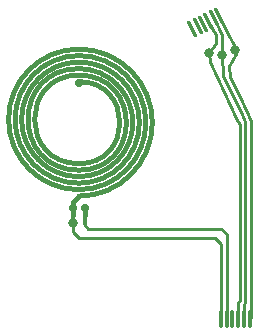
<source format=gbr>
%TF.GenerationSoftware,KiCad,Pcbnew,7.0.10*%
%TF.CreationDate,2024-11-13T10:28:54-08:00*%
%TF.ProjectId,ballBearingFPC241113,62616c6c-4265-4617-9269-6e6746504332,rev?*%
%TF.SameCoordinates,Original*%
%TF.FileFunction,Copper,L2,Bot*%
%TF.FilePolarity,Positive*%
%FSLAX46Y46*%
G04 Gerber Fmt 4.6, Leading zero omitted, Abs format (unit mm)*
G04 Created by KiCad (PCBNEW 7.0.10) date 2024-11-13 10:28:54*
%MOMM*%
%LPD*%
G01*
G04 APERTURE LIST*
G04 Aperture macros list*
%AMRoundRect*
0 Rectangle with rounded corners*
0 $1 Rounding radius*
0 $2 $3 $4 $5 $6 $7 $8 $9 X,Y pos of 4 corners*
0 Add a 4 corners polygon primitive as box body*
4,1,4,$2,$3,$4,$5,$6,$7,$8,$9,$2,$3,0*
0 Add four circle primitives for the rounded corners*
1,1,$1+$1,$2,$3*
1,1,$1+$1,$4,$5*
1,1,$1+$1,$6,$7*
1,1,$1+$1,$8,$9*
0 Add four rect primitives between the rounded corners*
20,1,$1+$1,$2,$3,$4,$5,0*
20,1,$1+$1,$4,$5,$6,$7,0*
20,1,$1+$1,$6,$7,$8,$9,0*
20,1,$1+$1,$8,$9,$2,$3,0*%
G04 Aperture macros list end*
%TA.AperFunction,EtchedComponent*%
%ADD10C,0.400000*%
%TD*%
%TA.AperFunction,SMDPad,CuDef*%
%ADD11RoundRect,0.075000X0.239618X-0.635479X0.373269X-0.567380X-0.239618X0.635479X-0.373269X0.567380X0*%
%TD*%
%TA.AperFunction,SMDPad,CuDef*%
%ADD12RoundRect,0.075000X-0.239618X0.635479X-0.373269X0.567380X0.239618X-0.635479X0.373269X-0.567380X0*%
%TD*%
%TA.AperFunction,SMDPad,CuDef*%
%ADD13RoundRect,0.075000X0.075000X0.675000X-0.075000X0.675000X-0.075000X-0.675000X0.075000X-0.675000X0*%
%TD*%
%TA.AperFunction,ComponentPad*%
%ADD14C,0.700000*%
%TD*%
%TA.AperFunction,SMDPad,CuDef*%
%ADD15RoundRect,0.100000X-0.100000X0.500000X-0.100000X-0.500000X0.100000X-0.500000X0.100000X0.500000X0*%
%TD*%
%TA.AperFunction,ViaPad*%
%ADD16C,0.800000*%
%TD*%
%TA.AperFunction,Conductor*%
%ADD17C,0.250000*%
%TD*%
G04 APERTURE END LIST*
D10*
%TO.C,L2*%
X0Y-5980000D02*
X-500000Y-6480000D01*
X-500000Y-6580000D02*
X-500000Y-7580000D01*
X500000Y-7080000D02*
X500000Y-7580000D01*
X0Y-5980000D02*
G75*
G03*
X0Y6470000I0J6225000D01*
G01*
X0Y-5430000D02*
G75*
G03*
X0Y5920000I0J5675000D01*
G01*
X0Y-4880000D02*
G75*
G03*
X0Y5370000I0J5125000D01*
G01*
X0Y-4330000D02*
G75*
G03*
X0Y4820000I0J4575000D01*
G01*
X0Y-3780000D02*
G75*
G03*
X0Y4270000I0J4025000D01*
G01*
X0Y-3230000D02*
G75*
G03*
X0Y3720000I0J3475000D01*
G01*
X0Y4270000D02*
G75*
G03*
X0Y-3230000I0J-3750000D01*
G01*
X0Y4820000D02*
G75*
G03*
X0Y-3780000I0J-4300000D01*
G01*
X0Y5370000D02*
G75*
G03*
X0Y-4330000I0J-4850000D01*
G01*
X0Y5920000D02*
G75*
G03*
X0Y-4880000I0J-5400000D01*
G01*
X0Y6470000D02*
G75*
G03*
X0Y-5430000I0J-5950000D01*
G01*
%TD*%
D11*
%TO.P,J5,1,Pin_1*%
%TO.N,Net-(J1-Pin_1)*%
X11850617Y9293035D03*
%TO.P,J5,2,Pin_2*%
%TO.N,Net-(J1-Pin_2)*%
X11405114Y9066040D03*
%TO.P,J5,3,Pin_3*%
%TO.N,Net-(J1-Pin_3)*%
X10963175Y8840861D03*
D12*
%TO.P,J5,4,Pin_4*%
%TO.N,unconnected-(J5-Pin_4-Pad4)*%
X10514108Y8612049D03*
D11*
%TO.P,J5,5,Pin_5*%
%TO.N,unconnected-(J5-Pin_5-Pad5)*%
X10068604Y8385054D03*
%TO.P,J5,6,Pin_6*%
%TO.N,unconnected-(J5-Pin_6-Pad6)*%
X9623101Y8158059D03*
%TD*%
D13*
%TO.P,J1,1,Pin_1*%
%TO.N,Net-(J1-Pin_1)*%
X14507000Y-16390400D03*
%TO.P,J1,2,Pin_2*%
%TO.N,Net-(J1-Pin_2)*%
X14007000Y-16390400D03*
%TO.P,J1,3,Pin_3*%
%TO.N,Net-(J1-Pin_3)*%
X13511000Y-16390400D03*
%TO.P,J1,4,Pin_4*%
%TO.N,unconnected-(J1-Pin_4-Pad4)*%
X13007000Y-16390400D03*
%TO.P,J1,5,Pin_5*%
%TO.N,Net-(J1-Pin_5)*%
X12507000Y-16390400D03*
%TO.P,J1,6,Pin_6*%
%TO.N,Net-(J1-Pin_6)*%
X12007000Y-16390400D03*
%TD*%
D14*
%TO.P,L2,*%
%TO.N,*%
X0Y3568000D03*
X500000Y-6980000D03*
X-500000Y-6980000D03*
D15*
%TO.P,L2,1,1*%
%TO.N,Net-(J1-Pin_6)*%
X-500000Y-7801000D03*
%TO.P,L2,2,2*%
%TO.N,Net-(J1-Pin_5)*%
X500000Y-7801000D03*
%TD*%
D16*
%TO.N,Net-(J1-Pin_2)*%
X12149600Y5938400D03*
%TO.N,Net-(J1-Pin_3)*%
X11024111Y6140089D03*
%TO.N,Net-(J1-Pin_1)*%
X13257964Y6421000D03*
%TO.N,Net-(J1-Pin_6)*%
X-500000Y-8280000D03*
%TD*%
D17*
%TO.N,Net-(J1-Pin_1)*%
X12556000Y7945000D02*
X11850617Y9293035D01*
X13216400Y6649600D02*
X12556000Y7945000D01*
X13318000Y6090800D02*
X13216400Y6649600D01*
X12759200Y4100200D02*
X12733800Y5040000D01*
X13648200Y2398400D02*
X12759200Y4100200D01*
X14562600Y417200D02*
X14156200Y1331600D01*
X14613400Y-522600D02*
X14562600Y417200D01*
X14615000Y-4328400D02*
X14613400Y-522600D01*
X14156200Y1331600D02*
X13648200Y2398400D01*
X12733800Y5040000D02*
X13318000Y6090800D01*
%TO.N,Net-(J1-Pin_3)*%
X13511000Y-14928400D02*
X13511000Y-16390400D01*
X13611000Y71600D02*
X13611000Y-14828400D01*
X12276600Y2855600D02*
X13318000Y655200D01*
X11108200Y5354200D02*
X12276600Y2855600D01*
X13318000Y655200D02*
X13611000Y71600D01*
X13611000Y-14828400D02*
X13511000Y-14928400D01*
X11024111Y6140089D02*
X11108200Y5354200D01*
X11590800Y7665600D02*
X10963175Y8840861D01*
X11590800Y7005200D02*
X11590800Y7665600D01*
X11024111Y6140089D02*
X11590800Y7005200D01*
%TO.N,Net-(J1-Pin_2)*%
X12175000Y4211200D02*
X12149600Y5938400D01*
X14105400Y-700400D02*
X14105400Y299600D01*
X13775200Y960000D02*
X12175000Y4211200D01*
X14007000Y-15132400D02*
X14111000Y-15028400D01*
X14105400Y299600D02*
X13775200Y960000D01*
X14007000Y-16390400D02*
X14007000Y-15132400D01*
X14111000Y-15028400D02*
X14105400Y-700400D01*
X12149600Y5938400D02*
X12124200Y7640200D01*
X12124200Y7640200D02*
X11405114Y9066040D01*
%TO.N,Net-(J1-Pin_1)*%
X14615000Y-4336400D02*
X14615000Y-15024400D01*
X14611000Y-4332400D02*
X14615000Y-4336400D01*
X14561000Y-16336400D02*
X14507000Y-16390400D01*
X14561000Y-15078400D02*
X14561000Y-16336400D01*
X14615000Y-15024400D02*
X14561000Y-15078400D01*
%TO.N,Net-(J1-Pin_5)*%
X12507000Y-9224400D02*
X12011000Y-8728400D01*
X811000Y-8728400D02*
X500000Y-8417400D01*
X500000Y-8417400D02*
X500000Y-8105000D01*
X12011000Y-8728400D02*
X811000Y-8728400D01*
X12507000Y-16190400D02*
X12507000Y-9224400D01*
%TO.N,Net-(J1-Pin_6)*%
X12007000Y-10024400D02*
X11511000Y-9528400D01*
X11511000Y-9528400D02*
X11000Y-9528400D01*
X-525000Y-8005000D02*
X-500000Y-8005000D01*
X12007000Y-16190400D02*
X12007000Y-10024400D01*
X-500000Y-9017400D02*
X-500000Y-8280000D01*
X11000Y-9528400D02*
X-500000Y-9017400D01*
X-750000Y-8230000D02*
X-525000Y-8005000D01*
%TD*%
M02*

</source>
